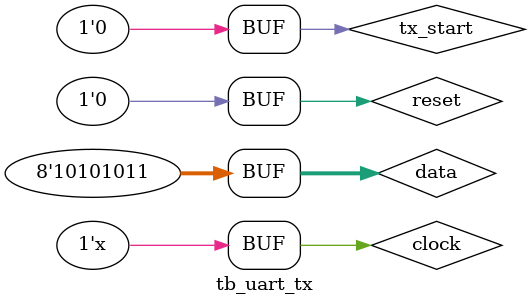
<source format=v>
`timescale 1ns / 1ps


module tb_uart_tx();

    reg [7:0] data;
    reg reset, clock, tx_start;
    wire tx, tx_ready, baud_rate;

    baud_gen baudrate_generator_instance( 
                                                                                 .i_reset(reset),
                                                                                 .i_clock(clock),
                                                                                 .o_baud_rate(baud_rate) 
                                                                                 );
    uart_transmitter dut(
                                           .i_data(data),
                                           .i_clock(clock),
                                           .i_baud(baud_rate),
                                           .i_reset(reset),
                                           .i_tx_start(tx_start),
                                           .o_tx(tx),
                                           .o_tx_ready(tx_ready)
                                            );
                                            
 
    initial begin
        reset = 1'b1;
        clock = 1'b0;
        
        #60
         reset = 1'b0;
         
         #60
         data = 8'b10101011;
         
         #6000
         tx_start = 1'b1;
         #6000
         tx_start = 1'b0;
        
    end
    
    always  
                begin
                    #10 clock = ~clock;     // 50Mhz
                end
    
endmodule

</source>
